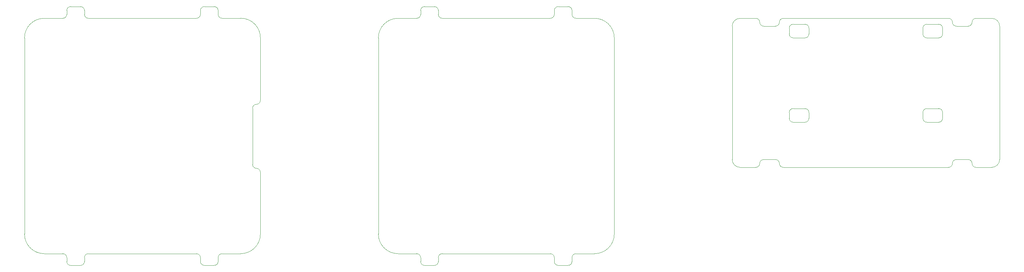
<source format=gbr>
%TF.GenerationSoftware,KiCad,Pcbnew,7.0.2*%
%TF.CreationDate,2023-05-26T09:26:56+02:00*%
%TF.ProjectId,kleinvoet,6b6c6569-6e76-46f6-9574-2e6b69636164,C*%
%TF.SameCoordinates,Original*%
%TF.FileFunction,Other,ECO2*%
%FSLAX46Y46*%
G04 Gerber Fmt 4.6, Leading zero omitted, Abs format (unit mm)*
G04 Created by KiCad (PCBNEW 7.0.2) date 2023-05-26 09:26:56*
%MOMM*%
%LPD*%
G01*
G04 APERTURE LIST*
%TA.AperFunction,Profile*%
%ADD10C,0.050000*%
%TD*%
G04 APERTURE END LIST*
D10*
X169000000Y-92000000D02*
G75*
G03*
X174000000Y-87000000I0J5000000D01*
G01*
X174000000Y-37000000D02*
G75*
G03*
X169000000Y-32000000I-5000000J0D01*
G01*
X174000000Y-87000000D02*
X174000000Y-37000000D01*
X169000000Y-32000000D02*
X164500000Y-32000000D01*
X114000000Y-87000000D02*
G75*
G03*
X119000000Y-92000000I5000000J0D01*
G01*
X119000000Y-32000000D02*
G75*
G03*
X114000000Y-37000000I0J-5000000D01*
G01*
X164500000Y-92000000D02*
X169000000Y-92000000D01*
X33500000Y-32000000D02*
X29000000Y-32000000D01*
X24000000Y-37000000D02*
X24000000Y-87000000D01*
X79000000Y-92000000D02*
G75*
G03*
X84000000Y-87000000I0J5000000D01*
G01*
X24000000Y-87000000D02*
G75*
G03*
X29000000Y-92000000I5000000J0D01*
G01*
X29000000Y-32000000D02*
G75*
G03*
X24000000Y-37000000I0J-5000000D01*
G01*
X29000000Y-92000000D02*
X33500000Y-92000000D01*
X83999937Y-36975063D02*
G75*
G03*
X79000001Y-31975063I-4999937J63D01*
G01*
X124750000Y-93000000D02*
X124750000Y-94000000D01*
X129250000Y-93000000D02*
X129250000Y-94000000D01*
X130500000Y-92000000D02*
X130250000Y-92000000D01*
X123750000Y-92000000D02*
X123500000Y-92000000D01*
X74500000Y-92000000D02*
X74250000Y-92000000D01*
X124750000Y-93000000D02*
G75*
G03*
X123750000Y-92000000I-1000000J0D01*
G01*
X130250000Y-92000000D02*
G75*
G03*
X129250000Y-93000000I0J-1000000D01*
G01*
X123500000Y-92000000D02*
X119000000Y-92000000D01*
X128250000Y-95000000D02*
G75*
G03*
X129250000Y-94000000I0J1000000D01*
G01*
X74250000Y-92000000D02*
G75*
G03*
X73250000Y-93000000I0J-1000000D01*
G01*
X68750000Y-93000000D02*
G75*
G03*
X67750000Y-92000000I-1000000J0D01*
G01*
X68750000Y-94000000D02*
G75*
G03*
X69750000Y-95000000I1000000J0D01*
G01*
X72250000Y-95000000D02*
X69750000Y-95000000D01*
X72250000Y-95000000D02*
G75*
G03*
X73250000Y-94000000I0J1000000D01*
G01*
X68750000Y-93000000D02*
X68750000Y-94000000D01*
X73250000Y-93000000D02*
X73250000Y-94000000D01*
X157500000Y-92000000D02*
X130500000Y-92000000D01*
X40201249Y-92000000D02*
X67750000Y-92000000D01*
X74500000Y-92000000D02*
X79000000Y-92000000D01*
X40500000Y-32000000D02*
X67500000Y-32000000D01*
X74500000Y-32000000D02*
X79000001Y-31975063D01*
X157500000Y-32000000D02*
X130500000Y-32000000D01*
X123500000Y-32000000D02*
X119000000Y-32000000D01*
X114000000Y-37000000D02*
X114000000Y-87000000D01*
X84000000Y-71250000D02*
X84000000Y-87000000D01*
X128250000Y-95000000D02*
X125750000Y-95000000D01*
X257500000Y-34500000D02*
G75*
G03*
X256500000Y-33500000I-1000000J0D01*
G01*
X260000000Y-33000000D02*
G75*
G03*
X261000000Y-34000000I1000000J0D01*
G01*
X253500000Y-58500000D02*
X256500000Y-58500000D01*
X211000000Y-33000000D02*
G75*
G03*
X212000000Y-34000000I1000000J0D01*
G01*
X82000000Y-69250000D02*
G75*
G03*
X83000000Y-70250000I1000000J0D01*
G01*
X162250000Y-95000000D02*
G75*
G03*
X163250000Y-94000000I0J1000000D01*
G01*
X158750000Y-31000000D02*
X158750000Y-30000000D01*
X73250000Y-30000000D02*
G75*
G03*
X72250000Y-29000000I-1000000J0D01*
G01*
X163250000Y-93000000D02*
X163250000Y-94000000D01*
X218500000Y-56000000D02*
X218500000Y-57500000D01*
X35750000Y-29000000D02*
G75*
G03*
X34750000Y-30000000I0J-1000000D01*
G01*
X157750000Y-92000000D02*
X157500000Y-92000000D01*
X74250000Y-32000000D02*
X74500000Y-32000000D01*
X222500000Y-58500000D02*
G75*
G03*
X223500000Y-57500000I0J1000000D01*
G01*
X272000000Y-55000000D02*
X272000000Y-34000000D01*
X264000000Y-34000000D02*
G75*
G03*
X265000000Y-33000000I0J1000000D01*
G01*
X252500000Y-56000000D02*
X252500000Y-57500000D01*
X39250000Y-93000000D02*
X39250000Y-94000000D01*
X252500000Y-57500000D02*
G75*
G03*
X253500000Y-58500000I1000000J0D01*
G01*
X157500000Y-32000000D02*
X157750000Y-32000000D01*
X163250000Y-30000000D02*
G75*
G03*
X162250000Y-29000000I-1000000J0D01*
G01*
X67750000Y-32000000D02*
G75*
G03*
X68750000Y-31000000I0J1000000D01*
G01*
X270000000Y-70000000D02*
G75*
G03*
X272000000Y-68000000I0J2000000D01*
G01*
X223500000Y-56000000D02*
G75*
G03*
X222500000Y-55000000I-1000000J0D01*
G01*
X34750000Y-31000000D02*
X34750000Y-30000000D01*
X35750000Y-29000000D02*
X38250000Y-29000000D01*
X222500000Y-33500000D02*
X219500000Y-33500000D01*
X33500000Y-32000000D02*
X33750000Y-32000000D01*
X272000000Y-68000000D02*
X272000000Y-55000000D01*
X34750000Y-93000000D02*
G75*
G03*
X33750000Y-92000000I-1000000J0D01*
G01*
X33750000Y-92000000D02*
X33500000Y-92000000D01*
X261000000Y-34000000D02*
X264000000Y-34000000D01*
X40201249Y-91999999D02*
G75*
G03*
X39250000Y-93000000I24351J-975601D01*
G01*
X38250000Y-95000000D02*
X35750000Y-95000000D01*
X158750000Y-93000000D02*
G75*
G03*
X157750000Y-92000000I-1000000J0D01*
G01*
X212000000Y-34000000D02*
X215000000Y-34000000D01*
X252500000Y-34500000D02*
X252500000Y-36000000D01*
X222500000Y-55000000D02*
X219500000Y-55000000D01*
X212000000Y-68000000D02*
G75*
G03*
X211000000Y-69000000I0J-1000000D01*
G01*
X219500000Y-58500000D02*
X222500000Y-58500000D01*
X223500000Y-57500000D02*
X223500000Y-56000000D01*
X257500000Y-36000000D02*
X257500000Y-34500000D01*
X264000000Y-68000000D02*
X261000000Y-68000000D01*
X253500000Y-37000000D02*
X256500000Y-37000000D01*
X129250000Y-31000000D02*
G75*
G03*
X130250000Y-32000000I1000000J0D01*
G01*
X129250000Y-30000000D02*
G75*
G03*
X128250000Y-29000000I-1000000J0D01*
G01*
X34750000Y-94000000D02*
G75*
G03*
X35750000Y-95000000I1000000J0D01*
G01*
X83000000Y-53925000D02*
G75*
G03*
X84000000Y-52925000I0J1000000D01*
G01*
X223500000Y-34500000D02*
G75*
G03*
X222500000Y-33500000I-1000000J0D01*
G01*
X216000000Y-69000000D02*
G75*
G03*
X217000000Y-70000000I1000000J0D01*
G01*
X163250000Y-31000000D02*
G75*
G03*
X164250000Y-32000000I1000000J0D01*
G01*
X204000000Y-68000000D02*
G75*
G03*
X206000000Y-70000000I2000000J0D01*
G01*
X39250000Y-31000000D02*
X39250000Y-30000000D01*
X265000000Y-69000000D02*
G75*
G03*
X266000000Y-70000000I1000000J0D01*
G01*
X266000000Y-32000000D02*
G75*
G03*
X265000000Y-33000000I0J-1000000D01*
G01*
X219500000Y-33500000D02*
G75*
G03*
X218500000Y-34500000I0J-1000000D01*
G01*
X256500000Y-37000000D02*
G75*
G03*
X257500000Y-36000000I0J1000000D01*
G01*
X265000000Y-69000000D02*
G75*
G03*
X264000000Y-68000000I-1000000J0D01*
G01*
X163250000Y-31000000D02*
X163250000Y-30000000D01*
X84000000Y-71250000D02*
G75*
G03*
X83000000Y-70250000I-1000000J0D01*
G01*
X252500000Y-36000000D02*
G75*
G03*
X253500000Y-37000000I1000000J0D01*
G01*
X67500000Y-32000000D02*
X67750000Y-32000000D01*
X40250000Y-32000000D02*
X40500000Y-32000000D01*
X125750000Y-29000000D02*
G75*
G03*
X124750000Y-30000000I0J-1000000D01*
G01*
X253500000Y-55000000D02*
G75*
G03*
X252500000Y-56000000I0J-1000000D01*
G01*
X217000000Y-70000000D02*
X259000000Y-70000000D01*
X83000000Y-53925000D02*
G75*
G03*
X82000000Y-54925000I0J-1000000D01*
G01*
X130250000Y-32000000D02*
X130500000Y-32000000D01*
X129250000Y-31000000D02*
X129250000Y-30000000D01*
X259000000Y-32000000D02*
X217000000Y-32000000D01*
X217000000Y-32000000D02*
G75*
G03*
X216000000Y-33000000I0J-1000000D01*
G01*
X257500000Y-56000000D02*
G75*
G03*
X256500000Y-55000000I-1000000J0D01*
G01*
X257500000Y-57500000D02*
X257500000Y-56000000D01*
X159750000Y-29000000D02*
X162250000Y-29000000D01*
X69750000Y-29000000D02*
X72250000Y-29000000D01*
X219500000Y-37000000D02*
X222500000Y-37000000D01*
X210000000Y-70000000D02*
X206000000Y-70000000D01*
X158750000Y-94000000D02*
G75*
G03*
X159750000Y-95000000I1000000J0D01*
G01*
X218500000Y-57500000D02*
G75*
G03*
X219500000Y-58500000I1000000J0D01*
G01*
X256500000Y-33500000D02*
X253500000Y-33500000D01*
X123500000Y-32000000D02*
X123750000Y-32000000D01*
X222500000Y-37000000D02*
G75*
G03*
X223500000Y-36000000I0J1000000D01*
G01*
X206000000Y-32000000D02*
G75*
G03*
X204000000Y-34000000I0J-2000000D01*
G01*
X34750000Y-93000000D02*
X34750000Y-94000000D01*
X215000000Y-34000000D02*
G75*
G03*
X216000000Y-33000000I0J1000000D01*
G01*
X39250000Y-31000000D02*
G75*
G03*
X40250000Y-32000000I1000000J0D01*
G01*
X84000000Y-52925000D02*
X84000000Y-36975063D01*
X259000000Y-70000000D02*
G75*
G03*
X260000000Y-69000000I0J1000000D01*
G01*
X123750000Y-32000000D02*
G75*
G03*
X124750000Y-31000000I0J1000000D01*
G01*
X73250000Y-31000000D02*
X73250000Y-30000000D01*
X272000000Y-34000000D02*
G75*
G03*
X270000000Y-32000000I-2000000J0D01*
G01*
X256500000Y-58500000D02*
G75*
G03*
X257500000Y-57500000I0J1000000D01*
G01*
X218500000Y-36000000D02*
G75*
G03*
X219500000Y-37000000I1000000J0D01*
G01*
X68750000Y-31000000D02*
X68750000Y-30000000D01*
X39250000Y-30000000D02*
G75*
G03*
X38250000Y-29000000I-1000000J0D01*
G01*
X215000000Y-68000000D02*
X212000000Y-68000000D01*
X270000000Y-70000000D02*
X266000000Y-70000000D01*
X33750000Y-32000000D02*
G75*
G03*
X34750000Y-31000000I0J1000000D01*
G01*
X164500000Y-92000000D02*
X164250000Y-92000000D01*
X210000000Y-70000000D02*
G75*
G03*
X211000000Y-69000000I0J1000000D01*
G01*
X73250000Y-31000000D02*
G75*
G03*
X74250000Y-32000000I1000000J0D01*
G01*
X223500000Y-36000000D02*
X223500000Y-34500000D01*
X124750000Y-94000000D02*
G75*
G03*
X125750000Y-95000000I1000000J0D01*
G01*
X219500000Y-55000000D02*
G75*
G03*
X218500000Y-56000000I0J-1000000D01*
G01*
X210000000Y-32000000D02*
X206000000Y-32000000D01*
X260000000Y-33000000D02*
G75*
G03*
X259000000Y-32000000I-1000000J0D01*
G01*
X164250000Y-32000000D02*
X164500000Y-32000000D01*
X256500000Y-55000000D02*
X253500000Y-55000000D01*
X253500000Y-33500000D02*
G75*
G03*
X252500000Y-34500000I0J-1000000D01*
G01*
X82000000Y-54925000D02*
X82000000Y-69250000D01*
X125750000Y-29000000D02*
X128250000Y-29000000D01*
X159750000Y-29000000D02*
G75*
G03*
X158750000Y-30000000I0J-1000000D01*
G01*
X124750000Y-31000000D02*
X124750000Y-30000000D01*
X211000000Y-33000000D02*
G75*
G03*
X210000000Y-32000000I-1000000J0D01*
G01*
X204000000Y-34000000D02*
X204000000Y-68000000D01*
X38250000Y-95000000D02*
G75*
G03*
X39250000Y-94000000I0J1000000D01*
G01*
X216000000Y-69000000D02*
G75*
G03*
X215000000Y-68000000I-1000000J0D01*
G01*
X164250000Y-92000000D02*
G75*
G03*
X163250000Y-93000000I0J-1000000D01*
G01*
X218500000Y-34500000D02*
X218500000Y-36000000D01*
X157750000Y-32000000D02*
G75*
G03*
X158750000Y-31000000I0J1000000D01*
G01*
X266000000Y-32000000D02*
X270000000Y-32000000D01*
X158750000Y-93000000D02*
X158750000Y-94000000D01*
X69750000Y-29000000D02*
G75*
G03*
X68750000Y-30000000I0J-1000000D01*
G01*
X162250000Y-95000000D02*
X159750000Y-95000000D01*
X261000000Y-68000000D02*
G75*
G03*
X260000000Y-69000000I0J-1000000D01*
G01*
M02*

</source>
